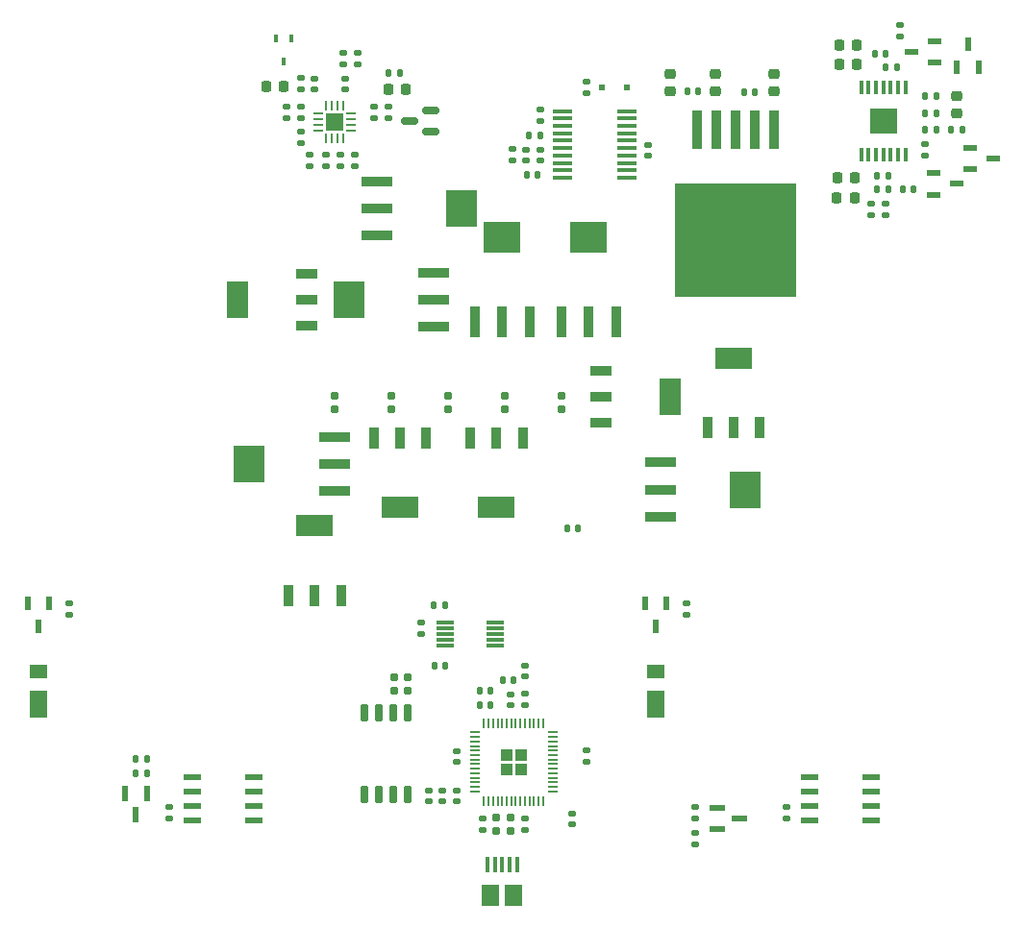
<source format=gbr>
%TF.GenerationSoftware,KiCad,Pcbnew,(6.0.2)*%
%TF.CreationDate,2023-01-13T18:58:57-08:00*%
%TF.ProjectId,ProvesXEPS,50726f76-6573-4584-9550-532e6b696361,rev?*%
%TF.SameCoordinates,Original*%
%TF.FileFunction,Paste,Top*%
%TF.FilePolarity,Positive*%
%FSLAX46Y46*%
G04 Gerber Fmt 4.6, Leading zero omitted, Abs format (unit mm)*
G04 Created by KiCad (PCBNEW (6.0.2)) date 2023-01-13 18:58:57*
%MOMM*%
%LPD*%
G01*
G04 APERTURE LIST*
G04 Aperture macros list*
%AMRoundRect*
0 Rectangle with rounded corners*
0 $1 Rounding radius*
0 $2 $3 $4 $5 $6 $7 $8 $9 X,Y pos of 4 corners*
0 Add a 4 corners polygon primitive as box body*
4,1,4,$2,$3,$4,$5,$6,$7,$8,$9,$2,$3,0*
0 Add four circle primitives for the rounded corners*
1,1,$1+$1,$2,$3*
1,1,$1+$1,$4,$5*
1,1,$1+$1,$6,$7*
1,1,$1+$1,$8,$9*
0 Add four rect primitives between the rounded corners*
20,1,$1+$1,$2,$3,$4,$5,0*
20,1,$1+$1,$4,$5,$6,$7,0*
20,1,$1+$1,$6,$7,$8,$9,0*
20,1,$1+$1,$8,$9,$2,$3,0*%
G04 Aperture macros list end*
%ADD10RoundRect,0.160000X-0.160000X0.197500X-0.160000X-0.197500X0.160000X-0.197500X0.160000X0.197500X0*%
%ADD11RoundRect,0.135000X-0.185000X0.135000X-0.185000X-0.135000X0.185000X-0.135000X0.185000X0.135000X0*%
%ADD12RoundRect,0.140000X-0.170000X0.140000X-0.170000X-0.140000X0.170000X-0.140000X0.170000X0.140000X0*%
%ADD13R,2.692400X0.939800*%
%ADD14R,2.692400X3.251200*%
%ADD15RoundRect,0.135000X0.185000X-0.135000X0.185000X0.135000X-0.185000X0.135000X-0.185000X-0.135000X0*%
%ADD16RoundRect,0.160000X-0.197500X-0.160000X0.197500X-0.160000X0.197500X0.160000X-0.197500X0.160000X0*%
%ADD17RoundRect,0.135000X0.135000X0.185000X-0.135000X0.185000X-0.135000X-0.185000X0.135000X-0.185000X0*%
%ADD18R,0.939800X2.692400*%
%ADD19R,3.251200X2.692400*%
%ADD20R,0.965200X3.505200*%
%ADD21R,10.668000X9.956800*%
%ADD22RoundRect,0.140000X0.140000X0.170000X-0.140000X0.170000X-0.140000X-0.170000X0.140000X-0.170000X0*%
%ADD23RoundRect,0.160000X0.197500X0.160000X-0.197500X0.160000X-0.197500X-0.160000X0.197500X-0.160000X0*%
%ADD24RoundRect,0.225000X-0.225000X-0.250000X0.225000X-0.250000X0.225000X0.250000X-0.225000X0.250000X0*%
%ADD25R,1.676400X0.355600*%
%ADD26RoundRect,0.135000X-0.135000X-0.185000X0.135000X-0.185000X0.135000X0.185000X-0.135000X0.185000X0*%
%ADD27RoundRect,0.225000X0.250000X-0.225000X0.250000X0.225000X-0.250000X0.225000X-0.250000X-0.225000X0*%
%ADD28RoundRect,0.140000X0.170000X-0.140000X0.170000X0.140000X-0.170000X0.140000X-0.170000X-0.140000X0*%
%ADD29R,1.320800X0.558800*%
%ADD30RoundRect,0.160000X0.160000X-0.197500X0.160000X0.197500X-0.160000X0.197500X-0.160000X-0.197500X0*%
%ADD31R,1.900000X0.950000*%
%ADD32R,1.900000X3.250000*%
%ADD33R,0.304800X1.270000*%
%ADD34R,2.460000X2.310000*%
%ADD35R,0.950000X1.900000*%
%ADD36R,3.250000X1.900000*%
%ADD37R,1.168400X0.533400*%
%ADD38R,1.498600X2.387600*%
%ADD39R,1.498600X1.244600*%
%ADD40RoundRect,0.147500X-0.147500X-0.172500X0.147500X-0.172500X0.147500X0.172500X-0.147500X0.172500X0*%
%ADD41R,0.533400X1.168400*%
%ADD42RoundRect,0.225000X0.225000X0.250000X-0.225000X0.250000X-0.225000X-0.250000X0.225000X-0.250000X0*%
%ADD43RoundRect,0.140000X-0.140000X-0.170000X0.140000X-0.170000X0.140000X0.170000X-0.140000X0.170000X0*%
%ADD44RoundRect,0.150000X0.587500X0.150000X-0.587500X0.150000X-0.587500X-0.150000X0.587500X-0.150000X0*%
%ADD45R,0.400000X1.350000*%
%ADD46R,1.500000X1.900000*%
%ADD47RoundRect,0.147500X-0.172500X0.147500X-0.172500X-0.147500X0.172500X-0.147500X0.172500X0.147500X0*%
%ADD48RoundRect,0.150000X-0.150000X0.650000X-0.150000X-0.650000X0.150000X-0.650000X0.150000X0.650000X0*%
%ADD49R,0.558800X1.320800*%
%ADD50R,0.500000X0.500000*%
%ADD51R,0.450000X0.700000*%
%ADD52R,1.499800X0.558800*%
%ADD53R,0.249200X0.804800*%
%ADD54R,0.804800X0.249200*%
%ADD55R,1.550000X1.550000*%
%ADD56R,1.524000X0.330200*%
%ADD57RoundRect,0.250000X0.292217X0.292217X-0.292217X0.292217X-0.292217X-0.292217X0.292217X-0.292217X0*%
%ADD58RoundRect,0.050000X0.387500X0.050000X-0.387500X0.050000X-0.387500X-0.050000X0.387500X-0.050000X0*%
%ADD59RoundRect,0.050000X0.050000X0.387500X-0.050000X0.387500X-0.050000X-0.387500X0.050000X-0.387500X0*%
G04 APERTURE END LIST*
D10*
%TO.C,R12*%
X150250000Y-107750001D03*
X150250000Y-108945001D03*
%TD*%
D11*
%TO.C,R25*%
X137000000Y-86490000D03*
X137000000Y-87510000D03*
%TD*%
D10*
%TO.C,R9*%
X145250000Y-107750001D03*
X145250000Y-108945001D03*
%TD*%
D12*
%TO.C,C7*%
X136144000Y-79770000D03*
X136144000Y-80730000D03*
%TD*%
D13*
%TO.C,Q12*%
X163917301Y-113612400D03*
X163917301Y-116000000D03*
X163917301Y-118387600D03*
D14*
X171384901Y-116000000D03*
%TD*%
D15*
%TO.C,R43*%
X152000000Y-135010000D03*
X152000000Y-133990000D03*
%TD*%
%TO.C,R5*%
X132250000Y-80760000D03*
X132250000Y-79740000D03*
%TD*%
D16*
%TO.C,R42*%
X140500000Y-133750000D03*
X141695000Y-133750000D03*
%TD*%
D11*
%TO.C,R16*%
X183750000Y-90800001D03*
X183750000Y-91820001D03*
%TD*%
D17*
%TO.C,R32*%
X141010000Y-79250000D03*
X139990000Y-79250000D03*
%TD*%
D18*
%TO.C,Q7*%
X147612400Y-101207699D03*
X150000000Y-101207699D03*
X152387600Y-101207699D03*
D19*
X150000000Y-93740099D03*
%TD*%
D11*
%TO.C,R37*%
X175000002Y-143989999D03*
X175000002Y-145009999D03*
%TD*%
D20*
%TO.C,U3*%
X173949999Y-84250000D03*
X172250000Y-84250000D03*
X170549998Y-84250000D03*
X168849999Y-84250000D03*
X167150000Y-84250000D03*
D21*
X170549998Y-94054400D03*
%TD*%
D22*
%TO.C,C28*%
X148980000Y-133750000D03*
X148020000Y-133750000D03*
%TD*%
D13*
%TO.C,Q9*%
X138944000Y-88842400D03*
X138944000Y-91230000D03*
X138944000Y-93617600D03*
D14*
X146411600Y-91230000D03*
%TD*%
D11*
%TO.C,R22*%
X187250000Y-85540001D03*
X187250000Y-86560001D03*
%TD*%
D12*
%TO.C,C29*%
X156150000Y-144545000D03*
X156150000Y-145505000D03*
%TD*%
D23*
%TO.C,R41*%
X141695000Y-132500000D03*
X140500000Y-132500000D03*
%TD*%
D15*
%TO.C,R29*%
X185020000Y-76060001D03*
X185020000Y-75040001D03*
%TD*%
%TO.C,R3*%
X142876000Y-128750600D03*
X142876000Y-127730600D03*
%TD*%
%TO.C,R19*%
X131000000Y-83260000D03*
X131000000Y-82240000D03*
%TD*%
D12*
%TO.C,C21*%
X152000000Y-145020000D03*
X152000000Y-145980000D03*
%TD*%
D11*
%TO.C,R30*%
X111893700Y-125989999D03*
X111893700Y-127009999D03*
%TD*%
D24*
%TO.C,C12*%
X179500000Y-88550002D03*
X181050000Y-88550002D03*
%TD*%
D25*
%TO.C,U2*%
X155338852Y-82650001D03*
X155338852Y-83300002D03*
X155338852Y-83950000D03*
X155338852Y-84600002D03*
X155338852Y-85250000D03*
X155338852Y-85899999D03*
X155338852Y-86550000D03*
X155338852Y-87199999D03*
X155338852Y-87850000D03*
X155338852Y-88499999D03*
X160977652Y-88500001D03*
X160977652Y-87850003D03*
X160977652Y-87200002D03*
X160977652Y-86550003D03*
X160977652Y-85900002D03*
X160977652Y-85250003D03*
X160977652Y-84600002D03*
X160977652Y-83950003D03*
X160977652Y-83300002D03*
X160977652Y-82650003D03*
%TD*%
D26*
%TO.C,R36*%
X117690000Y-140990000D03*
X118710000Y-140990000D03*
%TD*%
D27*
%TO.C,C19*%
X168799998Y-80927000D03*
X168799998Y-79377000D03*
%TD*%
D28*
%TO.C,C34*%
X152000000Y-132480000D03*
X152000000Y-131520000D03*
%TD*%
D22*
%TO.C,C9*%
X144986000Y-131560600D03*
X144026000Y-131560600D03*
%TD*%
D27*
%TO.C,C20*%
X173949999Y-80891000D03*
X173949999Y-79341000D03*
%TD*%
D29*
%TO.C,Q19*%
X168976703Y-144047499D03*
X168976703Y-145952499D03*
X170856303Y-144999999D03*
%TD*%
D12*
%TO.C,C23*%
X148250000Y-145020000D03*
X148250000Y-145980000D03*
%TD*%
D28*
%TO.C,C31*%
X144750000Y-143500000D03*
X144750000Y-142540000D03*
%TD*%
D11*
%TO.C,R31*%
X166250002Y-125989998D03*
X166250002Y-127009998D03*
%TD*%
D30*
%TO.C,R39*%
X150750000Y-146097500D03*
X150750000Y-144902500D03*
%TD*%
D11*
%TO.C,R38*%
X120643700Y-143990000D03*
X120643700Y-145010000D03*
%TD*%
D15*
%TO.C,R13*%
X137250000Y-78510000D03*
X137250000Y-77490000D03*
%TD*%
D18*
%TO.C,Q5*%
X155240001Y-101210001D03*
X157627601Y-101210001D03*
X160015201Y-101210001D03*
D19*
X157627601Y-93742401D03*
%TD*%
D10*
%TO.C,R14*%
X140250000Y-107750001D03*
X140250000Y-108945001D03*
%TD*%
D31*
%TO.C,Q2*%
X158710000Y-105509999D03*
X158710000Y-107809999D03*
X158710000Y-110109999D03*
D32*
X164810000Y-107809999D03*
%TD*%
D17*
%TO.C,R18*%
X184009999Y-88300001D03*
X182989999Y-88300001D03*
%TD*%
D13*
%TO.C,Q1*%
X135207700Y-116137599D03*
X135207700Y-113749999D03*
X135207700Y-111362399D03*
D14*
X127740100Y-113749999D03*
%TD*%
D24*
%TO.C,C26*%
X139975000Y-80750000D03*
X141525000Y-80750000D03*
%TD*%
D33*
%TO.C,IC1*%
X181608666Y-86519001D03*
X182258677Y-86519001D03*
X182908689Y-86519001D03*
X183558700Y-86519001D03*
X184208711Y-86519001D03*
X184858723Y-86519001D03*
X185508734Y-86519001D03*
X185508734Y-80575401D03*
X184858723Y-80575401D03*
X184208711Y-80575401D03*
X183558700Y-80575401D03*
X182908689Y-80575401D03*
X182258677Y-80575401D03*
X181608666Y-80575401D03*
D34*
X183558700Y-83547201D03*
%TD*%
D35*
%TO.C,Q3*%
X143300001Y-111450001D03*
X141000001Y-111450001D03*
X138700001Y-111450001D03*
D36*
X141000001Y-117550001D03*
%TD*%
D37*
%TO.C,Q13*%
X187984000Y-88100000D03*
X187984000Y-90000002D03*
X190016000Y-89050001D03*
%TD*%
D38*
%TO.C,D3*%
X109143700Y-134930900D03*
D39*
X109143700Y-132069100D03*
%TD*%
D22*
%TO.C,C15*%
X186250000Y-89550001D03*
X185290000Y-89550001D03*
%TD*%
D12*
%TO.C,C3*%
X153382852Y-86039001D03*
X153382852Y-86999001D03*
%TD*%
D40*
%TO.C,L2*%
X183765000Y-78800001D03*
X184735000Y-78800001D03*
%TD*%
D22*
%TO.C,C27*%
X148980000Y-135000000D03*
X148020000Y-135000000D03*
%TD*%
D28*
%TO.C,C5*%
X152132852Y-86999001D03*
X152132852Y-86039001D03*
%TD*%
D26*
%TO.C,R23*%
X187239999Y-84300001D03*
X188259999Y-84300001D03*
%TD*%
D41*
%TO.C,Q18*%
X164450003Y-125984000D03*
X162550001Y-125984000D03*
X163500002Y-128016000D03*
%TD*%
D15*
%TO.C,R28*%
X134500000Y-87510000D03*
X134500000Y-86490000D03*
%TD*%
D11*
%TO.C,R20*%
X138750000Y-82240000D03*
X138750000Y-83260000D03*
%TD*%
D15*
%TO.C,R15*%
X182500000Y-91810001D03*
X182500000Y-90790001D03*
%TD*%
D42*
%TO.C,C1*%
X130775000Y-80500000D03*
X129225000Y-80500000D03*
%TD*%
D17*
%TO.C,R2*%
X145004200Y-126172600D03*
X143984200Y-126172600D03*
%TD*%
D12*
%TO.C,C32*%
X146000000Y-139020000D03*
X146000000Y-139980000D03*
%TD*%
D43*
%TO.C,C4*%
X152152852Y-88269001D03*
X153112852Y-88269001D03*
%TD*%
D44*
%TO.C,Q14*%
X143687500Y-84450000D03*
X143687500Y-82550000D03*
X141812500Y-83500000D03*
%TD*%
D26*
%TO.C,R27*%
X187240000Y-81300000D03*
X188260000Y-81300000D03*
%TD*%
D45*
%TO.C,J5*%
X148700000Y-149037500D03*
X149350000Y-149037500D03*
X150000000Y-149037500D03*
X150650000Y-149037500D03*
X151300000Y-149037500D03*
D46*
X149000000Y-151737500D03*
X151000000Y-151737500D03*
%TD*%
D43*
%TO.C,C16*%
X183020000Y-89550001D03*
X183980000Y-89550001D03*
%TD*%
D28*
%TO.C,C35*%
X143500000Y-143480000D03*
X143500000Y-142520000D03*
%TD*%
D11*
%TO.C,R4*%
X157382852Y-80009001D03*
X157382852Y-81029001D03*
%TD*%
D40*
%TO.C,L3*%
X166314998Y-80902000D03*
X167284998Y-80902000D03*
%TD*%
D27*
%TO.C,C17*%
X190000000Y-82825002D03*
X190000000Y-81275002D03*
%TD*%
D26*
%TO.C,R34*%
X117680000Y-139760000D03*
X118700000Y-139760000D03*
%TD*%
D41*
%TO.C,Q17*%
X110093701Y-125984000D03*
X108193699Y-125984000D03*
X109143700Y-128016000D03*
%TD*%
D47*
%TO.C,L1*%
X132250000Y-84464500D03*
X132250000Y-85434500D03*
%TD*%
D38*
%TO.C,D4*%
X163500002Y-134930899D03*
D39*
X163500002Y-132069099D03*
%TD*%
D12*
%TO.C,C10*%
X133000000Y-86520000D03*
X133000000Y-87480000D03*
%TD*%
D11*
%TO.C,R17*%
X132250000Y-82240000D03*
X132250000Y-83260000D03*
%TD*%
D12*
%TO.C,C2*%
X133500000Y-79770000D03*
X133500000Y-80730000D03*
%TD*%
D48*
%TO.C,U5*%
X141655000Y-135650000D03*
X140385000Y-135650000D03*
X139115000Y-135650000D03*
X137845000Y-135650000D03*
X137845000Y-142850000D03*
X139115000Y-142850000D03*
X140385000Y-142850000D03*
X141655000Y-142850000D03*
%TD*%
D35*
%TO.C,Q11*%
X168075001Y-110550000D03*
X170375001Y-110550000D03*
X172675001Y-110550000D03*
D36*
X170375001Y-104450000D03*
%TD*%
D49*
%TO.C,Q20*%
X118702500Y-142746700D03*
X116797500Y-142746700D03*
X117750000Y-144626300D03*
%TD*%
D42*
%TO.C,C11*%
X181250000Y-78550000D03*
X179700000Y-78550000D03*
%TD*%
D50*
%TO.C,D1*%
X160982852Y-80519001D03*
X158782852Y-80519001D03*
%TD*%
D26*
%TO.C,R24*%
X189490000Y-84300002D03*
X190510000Y-84300002D03*
%TD*%
D35*
%TO.C,Q10*%
X131200000Y-125300000D03*
X133500000Y-125300000D03*
X135800000Y-125300000D03*
D36*
X133500000Y-119200000D03*
%TD*%
D40*
%TO.C,L4*%
X171274998Y-80936000D03*
X172244998Y-80936000D03*
%TD*%
D51*
%TO.C,D5*%
X131400000Y-76250000D03*
X130100000Y-76250000D03*
X130750000Y-78250000D03*
%TD*%
D15*
%TO.C,R1*%
X150882852Y-87029001D03*
X150882852Y-86009001D03*
%TD*%
D26*
%TO.C,R8*%
X152372851Y-84769001D03*
X153392851Y-84769001D03*
%TD*%
D52*
%TO.C,Q22*%
X122687999Y-141345001D03*
X122687999Y-142615001D03*
X122687999Y-143885001D03*
X122687999Y-145155001D03*
X128099403Y-145155001D03*
X128099403Y-143885001D03*
X128099403Y-142615001D03*
X128099403Y-141345001D03*
%TD*%
D27*
%TO.C,C18*%
X164799998Y-80927000D03*
X164799998Y-79377000D03*
%TD*%
D10*
%TO.C,R10*%
X155250000Y-107750001D03*
X155250000Y-108945001D03*
%TD*%
D53*
%TO.C,IC2*%
X136000001Y-82168999D03*
X135500000Y-82168999D03*
X135000000Y-82168999D03*
X134499999Y-82168999D03*
D54*
X133797600Y-82871398D03*
X133797600Y-83371399D03*
X133797600Y-83871399D03*
X133797600Y-84371400D03*
D53*
X134499999Y-85073799D03*
X135000000Y-85073799D03*
X135500000Y-85073799D03*
X136000001Y-85073799D03*
D54*
X136702400Y-84371400D03*
X136702400Y-83871399D03*
X136702400Y-83371399D03*
X136702400Y-82871398D03*
D55*
X135250000Y-83621399D03*
%TD*%
D37*
%TO.C,Q21*%
X188036000Y-78385002D03*
X188036000Y-76485000D03*
X186004000Y-77435001D03*
%TD*%
D22*
%TO.C,C14*%
X183750000Y-77550001D03*
X182790000Y-77550001D03*
%TD*%
D43*
%TO.C,C30*%
X150040000Y-132750000D03*
X151000000Y-132750000D03*
%TD*%
D11*
%TO.C,R33*%
X167000002Y-146239999D03*
X167000002Y-147259999D03*
%TD*%
D56*
%TO.C,U1*%
X145000000Y-127749999D03*
X145000000Y-128250001D03*
X145000000Y-128750000D03*
X145000000Y-129249999D03*
X145000000Y-129750001D03*
X149343400Y-129750001D03*
X149343400Y-129249999D03*
X149343400Y-128750000D03*
X149343400Y-128250001D03*
X149343400Y-127749999D03*
%TD*%
D12*
%TO.C,C24*%
X157400000Y-138995000D03*
X157400000Y-139955000D03*
%TD*%
D17*
%TO.C,R26*%
X188259999Y-82800001D03*
X187239999Y-82800001D03*
%TD*%
D42*
%TO.C,C13*%
X181250000Y-76800001D03*
X179700000Y-76800001D03*
%TD*%
D37*
%TO.C,Q15*%
X191234000Y-85850000D03*
X191234000Y-87750002D03*
X193266000Y-86800001D03*
%TD*%
D52*
%TO.C,Q23*%
X177044301Y-141345000D03*
X177044301Y-142615000D03*
X177044301Y-143885000D03*
X177044301Y-145155000D03*
X182455705Y-145155000D03*
X182455705Y-143885000D03*
X182455705Y-142615000D03*
X182455705Y-141345000D03*
%TD*%
D28*
%TO.C,C6*%
X162882502Y-86552501D03*
X162882502Y-85592501D03*
%TD*%
D41*
%TO.C,Q16*%
X190049999Y-78816001D03*
X191950001Y-78816001D03*
X191000000Y-76784001D03*
%TD*%
D28*
%TO.C,C22*%
X150750000Y-134980000D03*
X150750000Y-134020000D03*
%TD*%
D31*
%TO.C,Q6*%
X132800000Y-101550000D03*
X132800000Y-99250000D03*
X132800000Y-96950000D03*
D32*
X126700000Y-99250000D03*
%TD*%
D11*
%TO.C,R7*%
X153382852Y-82509001D03*
X153382852Y-83529001D03*
%TD*%
%TO.C,R11*%
X136000000Y-77490000D03*
X136000000Y-78510000D03*
%TD*%
D30*
%TO.C,R40*%
X149500000Y-146097500D03*
X149500000Y-144902500D03*
%TD*%
D10*
%TO.C,R6*%
X135250000Y-107750001D03*
X135250000Y-108945001D03*
%TD*%
D13*
%TO.C,Q4*%
X143957700Y-101637601D03*
X143957700Y-99250001D03*
X143957700Y-96862401D03*
D14*
X136490100Y-99250001D03*
%TD*%
D35*
%TO.C,Q8*%
X151800000Y-111450000D03*
X149500000Y-111450000D03*
X147200000Y-111450000D03*
D36*
X149500000Y-117550000D03*
%TD*%
D11*
%TO.C,R21*%
X135750000Y-86490000D03*
X135750000Y-87510000D03*
%TD*%
D28*
%TO.C,C25*%
X146000000Y-143480000D03*
X146000000Y-142520000D03*
%TD*%
D15*
%TO.C,R35*%
X167000003Y-145010000D03*
X167000003Y-143990000D03*
%TD*%
D24*
%TO.C,C8*%
X179475000Y-90300001D03*
X181025000Y-90300001D03*
%TD*%
D11*
%TO.C,R44*%
X140000000Y-82240000D03*
X140000000Y-83260000D03*
%TD*%
D57*
%TO.C,U4*%
X151637500Y-140637500D03*
X150362500Y-140637500D03*
X150362500Y-139362500D03*
X151637500Y-139362500D03*
D58*
X154437500Y-142600000D03*
X154437500Y-142200000D03*
X154437500Y-141800000D03*
X154437500Y-141400000D03*
X154437500Y-141000000D03*
X154437500Y-140600000D03*
X154437500Y-140200000D03*
X154437500Y-139800000D03*
X154437500Y-139400000D03*
X154437500Y-139000000D03*
X154437500Y-138600000D03*
X154437500Y-138200000D03*
X154437500Y-137800000D03*
X154437500Y-137400000D03*
D59*
X153600000Y-136562500D03*
X153200000Y-136562500D03*
X152800000Y-136562500D03*
X152400000Y-136562500D03*
X152000000Y-136562500D03*
X151600000Y-136562500D03*
X151200000Y-136562500D03*
X150800000Y-136562500D03*
X150400000Y-136562500D03*
X150000000Y-136562500D03*
X149600000Y-136562500D03*
X149200000Y-136562500D03*
X148800000Y-136562500D03*
X148400000Y-136562500D03*
D58*
X147562500Y-137400000D03*
X147562500Y-137800000D03*
X147562500Y-138200000D03*
X147562500Y-138600000D03*
X147562500Y-139000000D03*
X147562500Y-139400000D03*
X147562500Y-139800000D03*
X147562500Y-140200000D03*
X147562500Y-140600000D03*
X147562500Y-141000000D03*
X147562500Y-141400000D03*
X147562500Y-141800000D03*
X147562500Y-142200000D03*
X147562500Y-142600000D03*
D59*
X148400000Y-143437500D03*
X148800000Y-143437500D03*
X149200000Y-143437500D03*
X149600000Y-143437500D03*
X150000000Y-143437500D03*
X150400000Y-143437500D03*
X150800000Y-143437500D03*
X151200000Y-143437500D03*
X151600000Y-143437500D03*
X152000000Y-143437500D03*
X152400000Y-143437500D03*
X152800000Y-143437500D03*
X153200000Y-143437500D03*
X153600000Y-143437500D03*
%TD*%
D22*
%TO.C,C33*%
X156705000Y-119400000D03*
X155745000Y-119400000D03*
%TD*%
M02*

</source>
